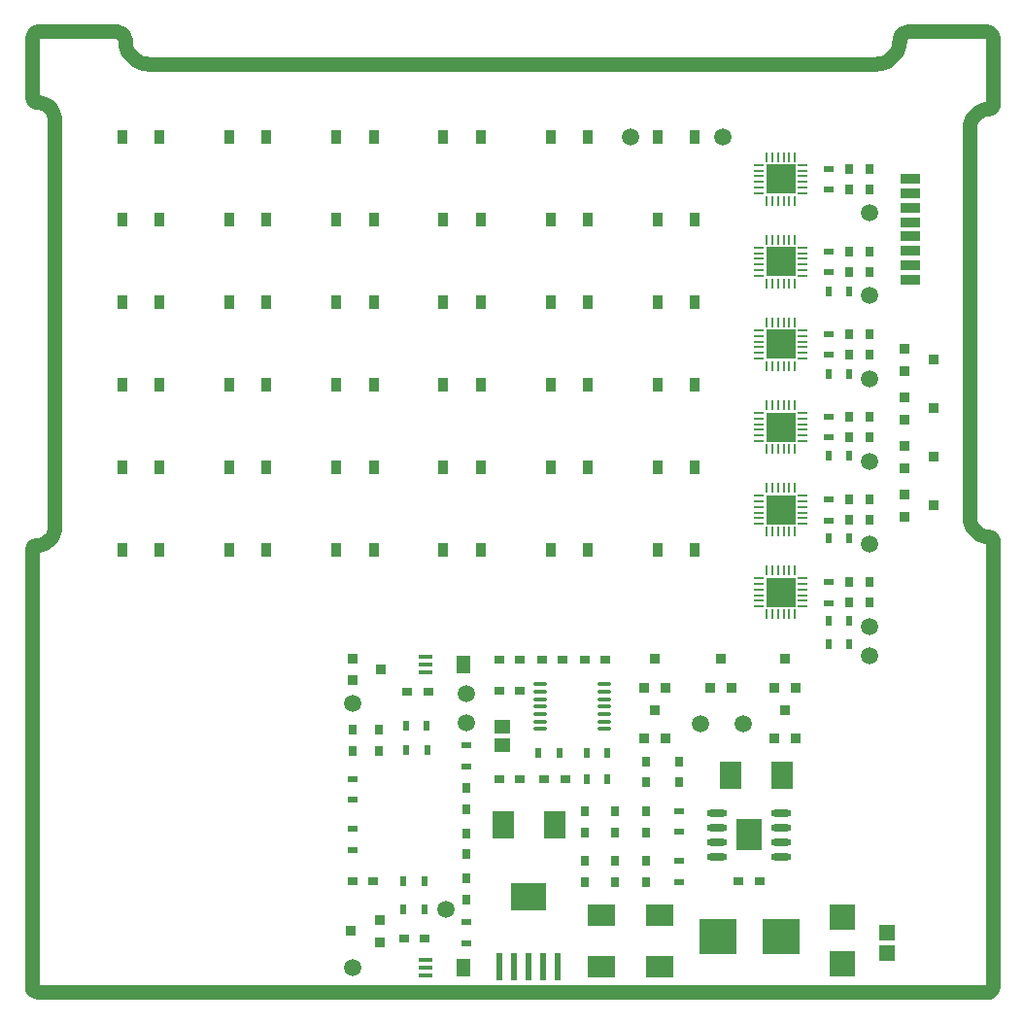
<source format=gbr>
G04*
G04 #@! TF.GenerationSoftware,Altium Limited,Altium Designer,24.1.2 (44)*
G04*
G04 Layer_Color=128*
%FSLAX44Y44*%
%MOMM*%
G71*
G04*
G04 #@! TF.SameCoordinates,AB4D1F7E-5540-450B-A896-BEEC34A0DDED*
G04*
G04*
G04 #@! TF.FilePolarity,Positive*
G04*
G01*
G75*
%ADD13C,1.2700*%
%ADD34O,1.2500X0.3500*%
%ADD35R,3.3000X3.1500*%
%ADD36R,0.9000X0.8000*%
%ADD37R,0.6000X0.9000*%
%ADD38R,0.8000X0.9000*%
%ADD39R,0.9000X0.6000*%
%ADD41R,1.4000X1.3000*%
%ADD42R,1.8796X2.3622*%
%ADD43R,0.9500X0.9000*%
%ADD44R,1.2700X0.4000*%
%ADD45R,1.2700X1.5500*%
%ADD46R,3.1725X2.3455*%
%ADD47R,0.6325X2.3455*%
%ADD48R,2.3622X1.8796*%
%ADD49R,0.9000X0.9500*%
%ADD50R,2.3000X2.2860*%
%ADD51O,1.8000X0.6000*%
%ADD52R,2.3000X2.8000*%
%ADD53C,1.5000*%
%ADD54R,0.9100X1.2200*%
%ADD55R,2.6500X2.6500*%
%ADD56R,0.8048X0.2746*%
%ADD57R,0.2746X0.8048*%
%ADD58R,1.4000X1.4000*%
%ADD60R,1.7018X0.8128*%
%ADD65R,1.2700X0.3810*%
G36*
X671380Y414750D02*
X660130D01*
Y426000D01*
X671380D01*
Y414750D01*
D02*
G37*
G36*
X658130D02*
X646880D01*
Y426000D01*
X658130D01*
Y414750D01*
D02*
G37*
G36*
X671380Y356000D02*
X660130D01*
Y367250D01*
X671380D01*
Y356000D01*
D02*
G37*
G36*
X658130D02*
X646880D01*
Y367250D01*
X658130D01*
Y356000D01*
D02*
G37*
G36*
X671380Y342750D02*
X660130D01*
Y354000D01*
X671380D01*
Y342750D01*
D02*
G37*
G36*
X658130D02*
X646880D01*
Y354000D01*
X658130D01*
Y342750D01*
D02*
G37*
G36*
X671380Y500000D02*
X660130D01*
Y511250D01*
X671380D01*
Y500000D01*
D02*
G37*
G36*
X658130D02*
X646880D01*
Y511250D01*
X658130D01*
Y500000D01*
D02*
G37*
G36*
X671380Y486750D02*
X660130D01*
Y498000D01*
X671380D01*
Y486750D01*
D02*
G37*
G36*
X658130D02*
X646880D01*
Y498000D01*
X658130D01*
Y486750D01*
D02*
G37*
G36*
X671380Y428000D02*
X660130D01*
Y439250D01*
X671380D01*
Y428000D01*
D02*
G37*
G36*
X658130D02*
X646880D01*
Y439250D01*
X658130D01*
Y428000D01*
D02*
G37*
G36*
X671380Y630750D02*
X660130D01*
Y642000D01*
X671380D01*
Y630750D01*
D02*
G37*
G36*
X658130D02*
X646880D01*
Y642000D01*
X658130D01*
Y630750D01*
D02*
G37*
G36*
X671380Y572000D02*
X660130D01*
Y583250D01*
X671380D01*
Y572000D01*
D02*
G37*
G36*
X658130D02*
X646880D01*
Y583250D01*
X658130D01*
Y572000D01*
D02*
G37*
G36*
X671380Y558750D02*
X660130D01*
Y570000D01*
X671380D01*
Y558750D01*
D02*
G37*
G36*
X658130D02*
X646880D01*
Y570000D01*
X658130D01*
Y558750D01*
D02*
G37*
G36*
X671380Y716000D02*
X660130D01*
Y727250D01*
X671380D01*
Y716000D01*
D02*
G37*
G36*
X658130D02*
X646880D01*
Y727250D01*
X658130D01*
Y716000D01*
D02*
G37*
G36*
X671380Y702750D02*
X660130D01*
Y714000D01*
X671380D01*
Y702750D01*
D02*
G37*
G36*
X658130D02*
X646880D01*
Y714000D01*
X658130D01*
Y702750D01*
D02*
G37*
G36*
X671380Y644000D02*
X660130D01*
Y655250D01*
X671380D01*
Y644000D01*
D02*
G37*
G36*
X658130D02*
X646880D01*
Y655250D01*
X658130D01*
Y644000D01*
D02*
G37*
D13*
X26350Y766130D02*
X26149Y768688D01*
X25550Y771182D01*
X24568Y773553D01*
X23228Y775740D01*
X21561Y777691D01*
X19611Y779358D01*
X17423Y780698D01*
X15053Y781680D01*
X12558Y782279D01*
X10000Y782480D01*
X838000Y6350D02*
X840821Y7105D01*
X842889Y9168D01*
X843650Y11988D01*
X770000Y843650D02*
X767636Y843275D01*
X765504Y842189D01*
X763811Y840496D01*
X762725Y838364D01*
X762350Y836000D01*
X843650Y838000D02*
X842893Y840825D01*
X840825Y842893D01*
X838000Y843650D01*
X843650Y400000D02*
X842581Y402581D01*
X840000Y403650D01*
X6350Y12000D02*
X7105Y9179D01*
X9168Y7111D01*
X11988Y6350D01*
X823650Y420000D02*
X823851Y417442D01*
X824450Y414948D01*
X825432Y412577D01*
X826772Y410390D01*
X828439Y408439D01*
X830390Y406772D01*
X832577Y405432D01*
X834948Y404450D01*
X837442Y403851D01*
X840000Y403650D01*
X742000Y815650D02*
X744451Y815798D01*
X746867Y816240D01*
X749212Y816970D01*
X751451Y817978D01*
X753553Y819247D01*
X755487Y820761D01*
X757225Y822497D01*
X758740Y824429D01*
X760012Y826529D01*
X761022Y828768D01*
X761755Y831112D01*
X762199Y833527D01*
X762350Y835978D01*
X12000Y843650D02*
X9175Y842893D01*
X7107Y840825D01*
X6350Y838000D01*
X10000Y396080D02*
X7419Y395011D01*
X6350Y392430D01*
X10000Y396080D02*
X12558Y396281D01*
X15053Y396880D01*
X17423Y397862D01*
X19611Y399202D01*
X21561Y400869D01*
X23228Y402820D01*
X24568Y405007D01*
X25550Y407378D01*
X26149Y409872D01*
X26350Y412430D01*
X87650Y836000D02*
X87276Y838360D01*
X86193Y840490D01*
X84506Y842182D01*
X82378Y843271D01*
X80019Y843650D01*
X6350Y786130D02*
X7419Y783549D01*
X10000Y782480D01*
X840001Y776350D02*
X837457Y776151D01*
X834975Y775559D01*
X832615Y774587D01*
X830436Y773260D01*
X828489Y771611D01*
X826823Y769678D01*
X825477Y767510D01*
X824486Y765159D01*
X823872Y762682D01*
X823651Y760140D01*
X87650Y835978D02*
X87801Y833527D01*
X88245Y831112D01*
X88978Y828768D01*
X89988Y826529D01*
X91260Y824429D01*
X92775Y822497D01*
X94513Y820761D01*
X96447Y819247D01*
X98549Y817978D01*
X100788Y816970D01*
X103133Y816240D01*
X105549Y815798D01*
X108000Y815650D01*
X840012Y776350D02*
X842562Y777399D01*
X843650Y779933D01*
X6350Y12025D02*
X6350Y392412D01*
X843650Y12000D02*
X843650Y400000D01*
X26350Y412430D02*
Y766130D01*
X823650Y420000D02*
Y760000D01*
X843650Y780001D02*
Y838000D01*
X12000Y6350D02*
X837975Y6350D01*
X6350Y786130D02*
Y838000D01*
X770000Y843650D02*
X838000D01*
X12018Y843650D02*
X80000Y843650D01*
X108000Y815650D02*
X742000D01*
D34*
X505770Y274770D02*
D03*
Y268270D02*
D03*
Y261770D02*
D03*
Y255270D02*
D03*
Y248770D02*
D03*
Y242270D02*
D03*
Y235770D02*
D03*
X449270Y274770D02*
D03*
Y268270D02*
D03*
Y261770D02*
D03*
Y255270D02*
D03*
Y248770D02*
D03*
Y242270D02*
D03*
Y235770D02*
D03*
D35*
X659130Y54610D02*
D03*
X604130D02*
D03*
D36*
X413910Y295888D02*
D03*
X431910D02*
D03*
Y269240D02*
D03*
X413910D02*
D03*
X351900Y267970D02*
D03*
X333900D02*
D03*
X413800Y191770D02*
D03*
X431800D02*
D03*
X453280D02*
D03*
X471280D02*
D03*
X286283Y102870D02*
D03*
X304283D02*
D03*
X330718Y53340D02*
D03*
X348718D02*
D03*
X622630Y102870D02*
D03*
X640630D02*
D03*
X451054Y295888D02*
D03*
X469054D02*
D03*
X488198D02*
D03*
X506198D02*
D03*
D37*
X332362Y238761D02*
D03*
X350521Y238760D02*
D03*
X350900Y217169D02*
D03*
X332741Y217170D02*
D03*
X447931Y214631D02*
D03*
X466090Y214630D02*
D03*
X489841Y214631D02*
D03*
X508000Y214630D02*
D03*
X489842Y191771D02*
D03*
X508001Y191770D02*
D03*
X330449Y102871D02*
D03*
X348608Y102870D02*
D03*
X330449Y78741D02*
D03*
X348608Y78740D02*
D03*
X718821Y309880D02*
D03*
X700662Y309881D02*
D03*
Y330201D02*
D03*
X718821Y330200D02*
D03*
X700662Y401956D02*
D03*
X718821Y401955D02*
D03*
X700662Y473711D02*
D03*
X718821Y473710D02*
D03*
X700662Y545466D02*
D03*
X718821Y545465D02*
D03*
X700662Y617221D02*
D03*
X718821Y617220D02*
D03*
D38*
X308610Y235060D02*
D03*
Y217060D02*
D03*
X285750D02*
D03*
Y235060D02*
D03*
X384810Y166260D02*
D03*
Y184260D02*
D03*
X488188Y163940D02*
D03*
Y145940D02*
D03*
X514858D02*
D03*
Y163940D02*
D03*
X488188Y120760D02*
D03*
Y102760D02*
D03*
X541528D02*
D03*
Y120760D02*
D03*
X514858Y102760D02*
D03*
Y120760D02*
D03*
X384810Y126890D02*
D03*
Y144890D02*
D03*
Y105520D02*
D03*
Y87520D02*
D03*
X541528Y189247D02*
D03*
Y207247D02*
D03*
X570230D02*
D03*
Y189247D02*
D03*
X541528Y145940D02*
D03*
Y163940D02*
D03*
X718820Y346000D02*
D03*
Y364000D02*
D03*
X736600D02*
D03*
Y346000D02*
D03*
X718820Y418000D02*
D03*
Y436000D02*
D03*
X736600D02*
D03*
Y418000D02*
D03*
X718820Y490000D02*
D03*
Y508000D02*
D03*
X736600D02*
D03*
Y490000D02*
D03*
X718820Y562000D02*
D03*
Y580000D02*
D03*
X736600D02*
D03*
Y562000D02*
D03*
X718820Y634000D02*
D03*
Y652000D02*
D03*
X736600Y634000D02*
D03*
Y652000D02*
D03*
X718820Y706000D02*
D03*
Y724000D02*
D03*
X736600D02*
D03*
Y706000D02*
D03*
D39*
X285751Y192148D02*
D03*
X285750Y173989D02*
D03*
X285749Y130432D02*
D03*
X285750Y148591D02*
D03*
X384811Y221358D02*
D03*
X384810Y203199D02*
D03*
X384817Y49152D02*
D03*
X384818Y67311D02*
D03*
X570229Y102491D02*
D03*
X570230Y120650D02*
D03*
X570231Y164209D02*
D03*
X570230Y146050D02*
D03*
X701039Y345733D02*
D03*
X701040Y363892D02*
D03*
X701039Y417733D02*
D03*
X701040Y435892D02*
D03*
X701039Y561733D02*
D03*
X701040Y579892D02*
D03*
X701039Y633733D02*
D03*
X701040Y651892D02*
D03*
X701039Y705733D02*
D03*
X701040Y723892D02*
D03*
Y507892D02*
D03*
X701039Y489733D02*
D03*
D41*
X416167Y221870D02*
D03*
Y237870D02*
D03*
D42*
X461772Y152273D02*
D03*
X417068D02*
D03*
X615370Y195580D02*
D03*
X660074D02*
D03*
D43*
X309666Y69190D02*
D03*
X284666Y59690D02*
D03*
X309666Y50190D02*
D03*
X767280Y548030D02*
D03*
X792280Y557530D02*
D03*
X767280Y567030D02*
D03*
Y505697D02*
D03*
X792280Y515197D02*
D03*
X767280Y524697D02*
D03*
Y463363D02*
D03*
X792280Y472863D02*
D03*
X767280Y482363D02*
D03*
Y421030D02*
D03*
X792280Y430530D02*
D03*
X767280Y440030D02*
D03*
X285750Y297485D02*
D03*
X310750Y287985D02*
D03*
X285750Y278485D02*
D03*
D44*
X349377Y27647D02*
D03*
X349369Y292205D02*
D03*
D45*
X382397Y27647D02*
D03*
X382389Y292205D02*
D03*
D46*
X439142Y89294D02*
D03*
D47*
X413742Y29088D02*
D03*
X426442D02*
D03*
X439142D02*
D03*
X451842D02*
D03*
X464542D02*
D03*
D48*
X502920Y73152D02*
D03*
Y28448D02*
D03*
X553720Y73240D02*
D03*
Y28536D02*
D03*
D49*
X558931Y227530D02*
D03*
X549431Y252530D02*
D03*
X539931Y227530D02*
D03*
X672440D02*
D03*
X662940Y252530D02*
D03*
X653440Y227530D02*
D03*
Y271980D02*
D03*
X662940Y296980D02*
D03*
X672440Y271980D02*
D03*
X597320D02*
D03*
X606820Y296980D02*
D03*
X616320Y271980D02*
D03*
X539931D02*
D03*
X549431Y296980D02*
D03*
X558931Y271980D02*
D03*
D50*
X713170Y31060D02*
D03*
Y71700D02*
D03*
D51*
X603380Y124460D02*
D03*
Y137160D02*
D03*
Y149860D02*
D03*
Y162560D02*
D03*
X659880Y124460D02*
D03*
Y137160D02*
D03*
Y149860D02*
D03*
Y162560D02*
D03*
D52*
X631630Y143510D02*
D03*
D53*
X736600Y299720D02*
D03*
X608330Y751840D02*
D03*
X528320D02*
D03*
X384810Y241300D02*
D03*
X285750Y27774D02*
D03*
X736600Y613410D02*
D03*
Y397192D02*
D03*
X589280Y240030D02*
D03*
X626110D02*
D03*
X736600Y469265D02*
D03*
X285750Y257810D02*
D03*
X384810Y266700D02*
D03*
X367030Y78740D02*
D03*
X736600Y685800D02*
D03*
Y541338D02*
D03*
Y325120D02*
D03*
D54*
X458410Y391840D02*
D03*
X491110D02*
D03*
X551750D02*
D03*
X584450D02*
D03*
X551750Y463840D02*
D03*
X584450D02*
D03*
X458410D02*
D03*
X491110D02*
D03*
X458410Y535840D02*
D03*
X491110D02*
D03*
X551750D02*
D03*
X584450D02*
D03*
X551750Y607840D02*
D03*
X584450D02*
D03*
X458410D02*
D03*
X491110D02*
D03*
X365070D02*
D03*
X397770D02*
D03*
X365070Y535840D02*
D03*
X397770D02*
D03*
X365070Y463840D02*
D03*
X397770D02*
D03*
X365070Y391840D02*
D03*
X397770D02*
D03*
X271730D02*
D03*
X304430D02*
D03*
X271730Y463840D02*
D03*
X304430D02*
D03*
X271730Y535840D02*
D03*
X304430D02*
D03*
X178390Y607840D02*
D03*
X211090D02*
D03*
X271730D02*
D03*
X304430D02*
D03*
X178390Y535840D02*
D03*
X211090D02*
D03*
X178390Y463840D02*
D03*
X211090D02*
D03*
X178390Y391840D02*
D03*
X211090D02*
D03*
X85050D02*
D03*
X117750D02*
D03*
X85050Y463840D02*
D03*
X117750D02*
D03*
X85050Y535840D02*
D03*
X117750D02*
D03*
X85050Y607840D02*
D03*
X117750D02*
D03*
X85050Y679840D02*
D03*
X117750D02*
D03*
X178390D02*
D03*
X211090D02*
D03*
X271730D02*
D03*
X304430D02*
D03*
X365070D02*
D03*
X397770D02*
D03*
X458410D02*
D03*
X491110D02*
D03*
X551750D02*
D03*
X584450D02*
D03*
X551750Y751840D02*
D03*
X584450D02*
D03*
X458410D02*
D03*
X491110D02*
D03*
X365070D02*
D03*
X397770D02*
D03*
X271730D02*
D03*
X304430D02*
D03*
X178390D02*
D03*
X211090D02*
D03*
X85050D02*
D03*
X117750D02*
D03*
D55*
X659130Y715000D02*
D03*
Y643000D02*
D03*
Y499000D02*
D03*
Y571000D02*
D03*
Y427000D02*
D03*
Y355000D02*
D03*
D56*
X678154Y702500D02*
D03*
Y707500D02*
D03*
Y712500D02*
D03*
Y717500D02*
D03*
Y722500D02*
D03*
Y727500D02*
D03*
X640106D02*
D03*
Y722500D02*
D03*
Y717500D02*
D03*
Y712500D02*
D03*
Y707500D02*
D03*
Y702500D02*
D03*
Y630500D02*
D03*
Y635500D02*
D03*
Y640500D02*
D03*
Y645500D02*
D03*
Y650500D02*
D03*
Y655500D02*
D03*
X678154D02*
D03*
Y650500D02*
D03*
Y645500D02*
D03*
Y640500D02*
D03*
Y635500D02*
D03*
Y630500D02*
D03*
X640106Y486500D02*
D03*
Y491500D02*
D03*
Y496500D02*
D03*
Y501500D02*
D03*
Y506500D02*
D03*
Y511500D02*
D03*
X678154D02*
D03*
Y506500D02*
D03*
Y501500D02*
D03*
Y496500D02*
D03*
Y491500D02*
D03*
Y486500D02*
D03*
X640106Y558500D02*
D03*
Y563500D02*
D03*
Y568500D02*
D03*
Y573500D02*
D03*
Y578500D02*
D03*
Y583500D02*
D03*
X678154D02*
D03*
Y578500D02*
D03*
Y573500D02*
D03*
Y568500D02*
D03*
Y563500D02*
D03*
Y558500D02*
D03*
X640106Y414500D02*
D03*
Y419500D02*
D03*
Y424500D02*
D03*
Y429500D02*
D03*
Y434500D02*
D03*
Y439500D02*
D03*
X678154D02*
D03*
Y434500D02*
D03*
Y429500D02*
D03*
Y424500D02*
D03*
Y419500D02*
D03*
Y414500D02*
D03*
X640106Y342500D02*
D03*
Y347500D02*
D03*
Y352500D02*
D03*
Y357500D02*
D03*
Y362500D02*
D03*
Y367500D02*
D03*
X678154D02*
D03*
Y362500D02*
D03*
Y357500D02*
D03*
Y352500D02*
D03*
Y347500D02*
D03*
Y342500D02*
D03*
D57*
X671630Y734024D02*
D03*
X666630D02*
D03*
X661630D02*
D03*
X656630D02*
D03*
X651630D02*
D03*
X646630D02*
D03*
Y695976D02*
D03*
X651630D02*
D03*
X656630D02*
D03*
X661630D02*
D03*
X666630D02*
D03*
X671630D02*
D03*
Y623976D02*
D03*
X666630D02*
D03*
X661630D02*
D03*
X656630D02*
D03*
X651630D02*
D03*
X646630D02*
D03*
Y662024D02*
D03*
X651630D02*
D03*
X656630D02*
D03*
X661630D02*
D03*
X666630D02*
D03*
X671630D02*
D03*
Y479976D02*
D03*
X666630D02*
D03*
X661630D02*
D03*
X656630D02*
D03*
X651630D02*
D03*
X646630D02*
D03*
Y518024D02*
D03*
X651630D02*
D03*
X656630D02*
D03*
X661630D02*
D03*
X666630D02*
D03*
X671630D02*
D03*
Y551976D02*
D03*
X666630D02*
D03*
X661630D02*
D03*
X656630D02*
D03*
X651630D02*
D03*
X646630D02*
D03*
Y590024D02*
D03*
X651630D02*
D03*
X656630D02*
D03*
X661630D02*
D03*
X666630D02*
D03*
X671630D02*
D03*
Y407976D02*
D03*
X666630D02*
D03*
X661630D02*
D03*
X656630D02*
D03*
X651630D02*
D03*
X646630D02*
D03*
Y446024D02*
D03*
X651630D02*
D03*
X656630D02*
D03*
X661630D02*
D03*
X666630D02*
D03*
X671630D02*
D03*
Y335976D02*
D03*
X666630D02*
D03*
X661630D02*
D03*
X656630D02*
D03*
X651630D02*
D03*
X646630D02*
D03*
Y374024D02*
D03*
X651630D02*
D03*
X656630D02*
D03*
X661630D02*
D03*
X666630D02*
D03*
X671630D02*
D03*
D58*
X751840Y57940D02*
D03*
Y40640D02*
D03*
D60*
X772160Y715080D02*
D03*
Y702580D02*
D03*
Y690080D02*
D03*
Y677580D02*
D03*
Y665080D02*
D03*
Y652580D02*
D03*
Y640080D02*
D03*
Y627580D02*
D03*
D65*
X349250Y34925D02*
D03*
Y20955D02*
D03*
Y299085D02*
D03*
Y285115D02*
D03*
M02*

</source>
